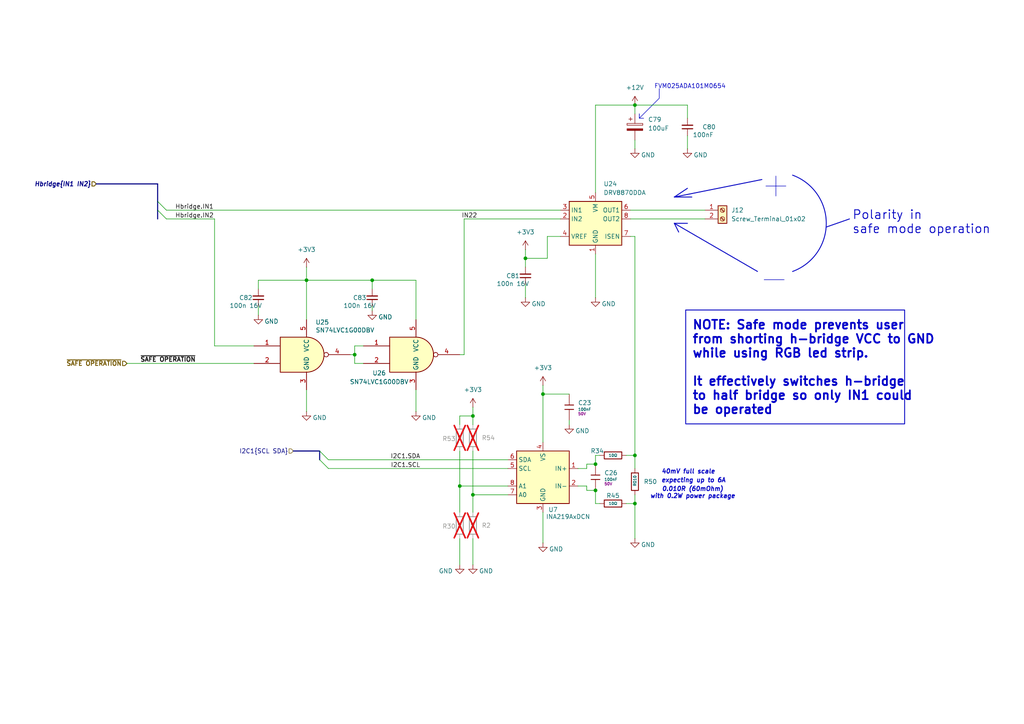
<source format=kicad_sch>
(kicad_sch (version 20231120) (generator "eeschema") (generator_version "8.0")
  (paper "A4")
  (title_block (title "Power Driver") (date "2025-02-04") (rev "A") (company "Artem Horiunov") (comment 1 "DESIGNED IN POLAND"))
  (lib_symbols
    (symbol "74xGxx:SN74LVC1G00DBV"
      (property "Reference" "U" (at -5.08 7.62 0))
      (property "Value" "SN74LVC1G00DBV" (at 7.62 -7.62 0))
      (symbol "SN74LVC1G00DBV_0_1"
        (arc (start 0 -5.08) (mid 5.0579 0) (end 0 5.08) (stroke (width 0.254)) (fill (type background)))
        (polyline (pts (xy 0 -5.08) (xy -7.62 -5.08) (xy -7.62 5.08) (xy 0 5.08)) (stroke (width 0.254)) (fill (type background)))
      )
      (symbol "SN74LVC1G00DBV_1_1"
        (pin input line (at -15.24 2.54 0) (length 7.62) (name "~") (number "1"))
        (pin input line (at -15.24 -2.54 0) (length 7.62) (name "~") (number "2"))
        (pin power_in line (at 0 -10.16 90) (length 5.08) (name "GND") (number "3"))
        (pin output inverted (at 12.7 0 180) (length 7.62) (name "~") (number "4"))
        (pin power_in line (at 0 10.16 270) (length 5.08) (name "VCC") (number "5"))
      )
    )
    (symbol "Connector:Screw_Terminal_01x02" (pin_names (offset 1.016) hide)
      (property "Reference" "J" (at 0 2.54 0))
      (property "Value" "Screw_Terminal_01x02" (at 0 -5.08 0))
      (symbol "Screw_Terminal_01x02_1_1"
        (rectangle (start -1.27 1.27) (end 1.27 -3.81) (stroke (width 0.254)) (fill (type background)))
        (circle (center 0 -2.54) (radius 0.635) (stroke (width 0.1524)))
        (polyline (pts (xy -0.5334 -2.2098) (xy 0.3302 -3.048)) (stroke (width 0.1524)))
        (polyline (pts (xy -0.5334 0.3302) (xy 0.3302 -0.508)) (stroke (width 0.1524)))
        (polyline (pts (xy -0.3556 -2.032) (xy 0.508 -2.8702)) (stroke (width 0.1524)))
        (polyline (pts (xy -0.3556 0.508) (xy 0.508 -0.3302)) (stroke (width 0.1524)))
        (circle (center 0 0) (radius 0.635) (stroke (width 0.1524)))
        (pin passive line (at -5.08 0 0) (length 3.81) (name "Pin_1") (number "1"))
        (pin passive line (at -5.08 -2.54 0) (length 3.81) (name "Pin_2") (number "2"))
      )
    )
    (symbol "Device:C_Polarized" (pin_numbers hide) (pin_names (offset 0.254))
      (property "Reference" "C" (at 0.635 2.54 0))
      (property "Value" "C_Polarized" (at 0.635 -2.54 0))
      (symbol "C_Polarized_0_1"
        (rectangle (start -2.286 0.508) (end 2.286 1.016))
        (polyline (pts (xy -1.778 2.286) (xy -0.762 2.286)))
        (polyline (pts (xy -1.27 2.794) (xy -1.27 1.778)))
        (rectangle (start 2.286 -0.508) (end -2.286 -1.016) (fill (type outline)))
      )
      (symbol "C_Polarized_1_1"
        (pin passive line (at 0 3.81 270) (length 2.794) (name "~") (number "1"))
        (pin passive line (at 0 -3.81 90) (length 2.794) (name "~") (number "2"))
      )
    )
    (symbol "Device:C_Small" (pin_numbers hide) (pin_names (offset 0.254) hide)
      (property "Reference" "C" (at 0.254 1.778 0))
      (property "Value" "C_Small" (at 0.254 -2.032 0))
      (symbol "C_Small_0_1"
        (polyline (pts (xy -1.524 -0.508) (xy 1.524 -0.508)) (stroke (width 0.3302)))
        (polyline (pts (xy -1.524 0.508) (xy 1.524 0.508)) (stroke (width 0.3048)))
      )
      (symbol "C_Small_1_1"
        (pin passive line (at 0 2.54 270) (length 2.032) (name "~") (number "1"))
        (pin passive line (at 0 -2.54 90) (length 2.032) (name "~") (number "2"))
      )
    )
    (symbol "Driver_Motor:DRV8870DDA"
      (property "Reference" "U" (at -6.35 6.35 0))
      (property "Value" "DRV8870DDA" (at 8.89 6.35 0))
      (symbol "DRV8870DDA_0_1"
        (rectangle (start -7.62 5.08) (end 7.62 -7.62) (stroke (width 0.254)) (fill (type background)))
      )
      (symbol "DRV8870DDA_1_1"
        (pin power_in line (at 0 -10.16 90) (length 2.54) (name "GND") (number "1"))
        (pin input line (at -10.16 0 0) (length 2.54) (name "IN2") (number "2"))
        (pin input line (at -10.16 2.54 0) (length 2.54) (name "IN1") (number "3"))
        (pin input line (at -10.16 -5.08 0) (length 2.54) (name "VREF") (number "4"))
        (pin power_in line (at 0 7.62 270) (length 2.54) (name "VM") (number "5"))
        (pin output line (at 10.16 2.54 180) (length 2.54) (name "OUT1") (number "6"))
        (pin passive line (at 10.16 -5.08 180) (length 2.54) (name "ISEN") (number "7"))
        (pin output line (at 10.16 0 180) (length 2.54) (name "OUT2") (number "8"))
        (pin passive line (at 0 -10.16 90) (length 2.54) hide (name "GND") (number "9"))
      )
    )
    (symbol "PCM_JLCPCB-Capacitors:0402,100nF,(2)" (pin_numbers hide) (pin_names (offset 0))
      (property "Reference" "C" (at 2.032 1.668 0))
      (property "Value" "100nF" (at 2.032 -0.3782 0))
      (property "Voltage Rated" "50V" (at 2.032 -2.0462 0))
      (symbol "0402,100nF,(2)_0_1"
        (polyline (pts (xy -1.27 -0.635) (xy 1.27 -0.635)) (stroke (width 0.254)))
        (polyline (pts (xy -1.27 0.635) (xy 1.27 0.635)) (stroke (width 0.254)))
      )
      (symbol "0402,100nF,(2)_1_1"
        (pin passive line (at 0 3.81 270) (length 3.175) (name "~") (number "1"))
        (pin passive line (at 0 -3.81 90) (length 3.175) (name "~") (number "2"))
      )
    )
    (symbol "PCM_JLCPCB-Resistors:0402,0Ω" (pin_numbers hide) (pin_names (offset 0))
      (property "Reference" "R" (at 1.778 0 0))
      (property "Value" "0Ω" (at 0 0 90))
      (symbol "0402,0Ω_0_1"
        (rectangle (start -1.016 2.54) (end 1.016 -2.54) (stroke (width 0.254)))
      )
      (symbol "0402,0Ω_1_1"
        (pin passive line (at 0 3.81 270) (length 1.27) (name "~") (number "1"))
        (pin passive line (at 0 -3.81 90) (length 1.27) (name "~") (number "2"))
      )
    )
    (symbol "PCM_JLCPCB-Resistors:0402,10Ω" (pin_numbers hide) (pin_names (offset 0))
      (property "Reference" "R" (at 1.778 0 0))
      (property "Value" "10Ω" (at 0 0 90))
      (symbol "0402,10Ω_0_1"
        (rectangle (start -1.016 2.54) (end 1.016 -2.54) (stroke (width 0.254)))
      )
      (symbol "0402,10Ω_1_1"
        (pin passive line (at 0 3.81 270) (length 1.27) (name "~") (number "1"))
        (pin passive line (at 0 -3.81 90) (length 1.27) (name "~") (number "2"))
      )
    )
    (symbol "PCM_JLCPCB-Resistors:0805,2Ω" (pin_numbers hide) (pin_names (offset 0))
      (property "Reference" "R" (at 1.778 0 0))
      (property "Value" "2Ω" (at 0 0 90))
      (symbol "0805,2Ω_0_1"
        (rectangle (start -1.016 2.54) (end 1.016 -2.54) (stroke (width 0.254)))
      )
      (symbol "0805,2Ω_1_1"
        (pin passive line (at 0 3.81 270) (length 1.27) (name "~") (number "1"))
        (pin passive line (at 0 -3.81 90) (length 1.27) (name "~") (number "2"))
      )
    )
    (symbol "Sensor_Energy:INA219AxDCN"
      (property "Reference" "U" (at -6.35 8.89 0))
      (property "Value" "INA219AxDCN" (at 6.35 8.89 0))
      (symbol "INA219AxDCN_0_1"
        (rectangle (start -7.62 7.62) (end 7.62 -7.62) (stroke (width 0.254)) (fill (type background)))
      )
      (symbol "INA219AxDCN_1_1"
        (pin input line (at -10.16 2.54 0) (length 2.54) (name "IN+") (number "1"))
        (pin input line (at -10.16 -2.54 0) (length 2.54) (name "IN-") (number "2"))
        (pin power_in line (at 0 -10.16 90) (length 2.54) (name "GND") (number "3"))
        (pin power_in line (at 0 10.16 270) (length 2.54) (name "VS") (number "4"))
        (pin input line (at 10.16 2.54 180) (length 2.54) (name "SCL") (number "5"))
        (pin bidirectional line (at 10.16 5.08 180) (length 2.54) (name "SDA") (number "6"))
        (pin input line (at 10.16 -5.08 180) (length 2.54) (name "A0") (number "7"))
        (pin input line (at 10.16 -2.54 180) (length 2.54) (name "A1") (number "8"))
      )
    )
    (symbol "power:+12V" (power) (pin_numbers hide) (pin_names (offset 0) hide)
      (property "Value" "+12V" (at 0 3.556 0))
      (symbol "+12V_0_1"
        (polyline (pts (xy -0.762 1.27) (xy 0 2.54)))
        (polyline (pts (xy 0 0) (xy 0 2.54)))
        (polyline (pts (xy 0 2.54) (xy 0.762 1.27)))
      )
      (symbol "+12V_1_1"
        (pin power_in line (at 0 0 90) (length 0) (name "~") (number "1"))
      )
    )
    (symbol "power:+3V3" (power) (pin_numbers hide) (pin_names (offset 0) hide)
      (property "Value" "+3V3" (at 0 3.556 0))
      (symbol "+3V3_0_1"
        (polyline (pts (xy -0.762 1.27) (xy 0 2.54)))
        (polyline (pts (xy 0 0) (xy 0 2.54)))
        (polyline (pts (xy 0 2.54) (xy 0.762 1.27)))
      )
      (symbol "+3V3_1_1"
        (pin power_in line (at 0 0 90) (length 0) (name "~") (number "1"))
      )
    )
    (symbol "power:GND" (power) (pin_numbers hide) (pin_names (offset 0) hide)
      (property "Value" "GND" (at 0 -3.81 0))
      (symbol "GND_0_1"
        (polyline (pts (xy 0 0) (xy 0 -1.27) (xy 1.27 -1.27) (xy 0 -2.54) (xy -1.27 -1.27) (xy 0 -1.27)))
      )
      (symbol "GND_1_1"
        (pin power_in line (at 0 0 270) (length 0) (name "~") (number "1"))
      )
    )
  )
  (junction (at 157.48 114.3))
  (junction (at 133.35 140.97))
  (junction (at 172.72 142.24))
  (junction (at 152.4 74.93))
  (junction (at 184.15 30.48))
  (junction (at 88.9 81.28))
  (junction (at 184.15 146.05))
  (junction (at 172.72 134.62))
  (junction (at 137.16 143.51))
  (junction (at 107.95 81.28))
  (junction (at 102.87 102.87))
  (junction (at 184.15 132.08))
  (junction (at 137.16 120.65))
  (bus_entry (at 92.71 130.81) (size 2.54 2.54))
  (bus_entry (at 92.71 133.35) (size 2.54 2.54))
  (bus_entry (at 45.72 58.42) (size 2.54 2.54))
  (bus_entry (at 45.72 60.96) (size 2.54 2.54))
  (wire (pts (xy 184.15 30.48) (xy 184.15 33.02)))
  (wire (pts (xy 182.88 63.5) (xy 204.47 63.5)))
  (wire (pts (xy 62.23 100.33) (xy 73.66 100.33)))
  (wire (pts (xy 152.4 74.93) (xy 152.4 77.47)))
  (wire (pts (xy 167.64 140.97) (xy 170.18 140.97)))
  (wire (pts (xy 147.32 140.97) (xy 133.35 140.97)))
  (wire (pts (xy 173.99 146.05) (xy 172.72 146.05)))
  (wire (pts (xy 170.18 140.97) (xy 170.18 142.24)))
  (wire (pts (xy 181.61 132.08) (xy 184.15 132.08)))
  (wire (pts (xy 133.35 130.81) (xy 133.35 140.97)))
  (bus (pts (xy 45.72 58.42) (xy 45.72 60.96)))
  (wire (pts (xy 152.4 72.39) (xy 152.4 74.93)))
  (wire (pts (xy 172.72 146.05) (xy 172.72 142.24)))
  (wire (pts (xy 134.62 63.5) (xy 162.56 63.5)))
  (wire (pts (xy 88.9 113.03) (xy 88.9 119.38)))
  (wire (pts (xy 170.18 135.89) (xy 170.18 134.62)))
  (wire (pts (xy 170.18 142.24) (xy 172.72 142.24)))
  (wire (pts (xy 74.93 81.28) (xy 88.9 81.28)))
  (wire (pts (xy 102.87 102.87) (xy 102.87 105.41)))
  (polyline (pts (xy 195.58 64.77) (xy 196.85 67.31)) (stroke (width 0.254)))
  (wire (pts (xy 172.72 30.48) (xy 184.15 30.48)))
  (wire (pts (xy 158.75 74.93) (xy 152.4 74.93)))
  (polyline (pts (xy 185.42 33.02) (xy 185.42 34.29)))
  (wire (pts (xy 48.26 63.5) (xy 62.23 63.5)))
  (wire (pts (xy 172.72 55.88) (xy 172.72 30.48)))
  (wire (pts (xy 102.87 100.33) (xy 102.87 102.87)))
  (wire (pts (xy 133.35 123.19) (xy 133.35 120.65)))
  (wire (pts (xy 181.61 146.05) (xy 184.15 146.05)))
  (polyline (pts (xy 195.58 57.15) (xy 200.66 57.15)) (stroke (width 0.254)))
  (wire (pts (xy 88.9 81.28) (xy 88.9 92.71)))
  (bus (pts (xy 45.72 60.96) (xy 45.72 63.5)))
  (wire (pts (xy 199.39 30.48) (xy 199.39 34.29)))
  (wire (pts (xy 199.39 30.48) (xy 184.15 30.48)))
  (wire (pts (xy 184.15 40.64) (xy 184.15 43.18)))
  (wire (pts (xy 157.48 148.59) (xy 157.48 157.48)))
  (wire (pts (xy 152.4 82.55) (xy 152.4 86.36)))
  (polyline (pts (xy 191.2091 25.6946) (xy 191.2091 28.5009)))
  (wire (pts (xy 133.35 156.21) (xy 133.35 163.83)))
  (wire (pts (xy 137.16 130.81) (xy 137.16 143.51)))
  (wire (pts (xy 184.15 68.58) (xy 182.88 68.58)))
  (wire (pts (xy 107.95 81.28) (xy 107.95 83.82)))
  (polyline (pts (xy 195.58 64.77) (xy 199.39 64.77)) (stroke (width 0.254)))
  (wire (pts (xy 120.65 113.03) (xy 120.65 119.38)))
  (polyline (pts (xy 185.42 34.29) (xy 186.69 34.29)))
  (wire (pts (xy 48.26 60.96) (xy 162.56 60.96)))
  (wire (pts (xy 162.56 68.58) (xy 158.75 68.58)))
  (polyline (pts (xy 195.58 57.15) (xy 199.39 54.61)) (stroke (width 0.254)))
  (wire (pts (xy 95.25 135.89) (xy 147.32 135.89)))
  (polyline (pts (xy 185.42 33.02) (xy 185.42 34.29)))
  (wire (pts (xy 158.75 68.58) (xy 158.75 74.93)))
  (wire (pts (xy 182.88 60.96) (xy 204.47 60.96)))
  (polyline (pts (xy 191.2091 28.5009) (xy 185.42 34.29)))
  (wire (pts (xy 133.35 140.97) (xy 133.35 148.59)))
  (wire (pts (xy 172.72 73.66) (xy 172.72 86.36)))
  (wire (pts (xy 74.93 81.28) (xy 74.93 83.82)))
  (wire (pts (xy 107.95 81.28) (xy 120.65 81.28)))
  (wire (pts (xy 74.93 88.9) (xy 74.93 91.44)))
  (wire (pts (xy 137.16 143.51) (xy 137.16 148.59)))
  (wire (pts (xy 170.18 134.62) (xy 172.72 134.62)))
  (polyline (pts (xy 220.98 52.07) (xy 195.58 57.15)) (stroke (width 0.254)))
  (wire (pts (xy 172.72 132.08) (xy 172.72 134.62)))
  (wire (pts (xy 133.35 120.65) (xy 137.16 120.65)))
  (wire (pts (xy 95.25 133.35) (xy 147.32 133.35)))
  (polyline (pts (xy 195.58 64.77) (xy 219.71 78.74)) (stroke (width 0.254)))
  (wire (pts (xy 184.15 146.05) (xy 184.15 156.21)))
  (wire (pts (xy 134.62 102.87) (xy 134.62 63.5)))
  (wire (pts (xy 184.15 68.58) (xy 184.15 132.08)))
  (wire (pts (xy 147.32 143.51) (xy 137.16 143.51)))
  (wire (pts (xy 199.39 39.37) (xy 199.39 43.18)))
  (wire (pts (xy 157.48 111.76) (xy 157.48 114.3)))
  (wire (pts (xy 107.95 88.9) (xy 107.95 90.17)))
  (wire (pts (xy 88.9 77.47) (xy 88.9 81.28)))
  (wire (pts (xy 36.83 105.41) (xy 73.66 105.41)))
  (wire (pts (xy 137.16 156.21) (xy 137.16 163.83)))
  (wire (pts (xy 88.9 81.28) (xy 107.95 81.28)))
  (wire (pts (xy 184.15 143.51) (xy 184.15 146.05)))
  (bus (pts (xy 85.09 130.81) (xy 92.71 130.81)))
  (wire (pts (xy 167.64 135.89) (xy 170.18 135.89)))
  (wire (pts (xy 120.65 81.28) (xy 120.65 92.71)))
  (wire (pts (xy 165.1 114.3) (xy 157.48 114.3)))
  (wire (pts (xy 173.99 132.08) (xy 172.72 132.08)))
  (bus (pts (xy 27.94 53.34) (xy 45.72 53.34)))
  (wire (pts (xy 137.16 120.65) (xy 137.16 123.19)))
  (wire (pts (xy 62.23 63.5) (xy 62.23 100.33)))
  (wire (pts (xy 134.62 102.87) (xy 133.35 102.87)))
  (wire (pts (xy 101.6 102.87) (xy 102.87 102.87)))
  (wire (pts (xy 157.48 114.3) (xy 157.48 128.27)))
  (bus (pts (xy 45.72 53.34) (xy 45.72 58.42)))
  (bus (pts (xy 92.71 130.81) (xy 92.71 133.35)))
  (wire (pts (xy 137.16 118.11) (xy 137.16 120.65)))
  (wire (pts (xy 102.87 105.41) (xy 105.41 105.41)))
  (wire (pts (xy 105.41 100.33) (xy 102.87 100.33)))
  (wire (pts (xy 184.15 132.08) (xy 184.15 135.89)))
  (polyline (pts (xy 239.6666 65.8449) (xy 246.38 63.5)) (stroke (width 0.254)))
  (wire (pts (xy 165.1 121.92) (xy 165.1 123.19)))
  (arc (start 229.87 50.8) (mid 239.655 64.77) (end 229.87 78.74) (stroke (width 0.254)))
  (rectangle (start 198.882 89.916) (end 262.382 122.936) (stroke (width 0.254)))
  (text "-\n" (at 224.536 80.772 0) (effects (font (size 7.62 7.62))))
  (text "expecting up to 6A\n" (at 201.168 139.446 0) (effects (font (size 1.27 1.27) (bold yes) (italic yes))))
  (text "NOTE: Safe mode prevents user\nfrom shorting h-bridge VCC to GND\nwhile using RGB led strip.\n\nIt effectively switches h-bridge\nto half bridge so only IN1 could\nbe operated" (at 200.66 106.68 0) (effects (font (size 2.54 2.54) (bold yes)) (justify left)))
  (text "FVM025ADA101M0654" (at 200.152 25.146 0) (effects (font (size 1.27 1.27))))
  (text "0.010R (60mOhm)\nwith 0.2W power package" (at 200.914 143.002 0) (effects (font (size 1.27 1.27) (bold yes) (italic yes))))
  (text "40mV full scale" (at 199.644 136.906 0) (effects (font (size 1.27 1.27) (bold yes) (italic yes))))
  (text "Polarity in\nsafe mode operation\n" (at 247.142 64.516 0) (effects (font (size 2.54 2.54) (thickness 0.254) (bold yes)) (justify left)))
  (text "+" (at 225.044 53.594 0) (effects (font (size 7.62 7.62))))
  (label "~{SAFE OPERATION}" (at 40.64 105.41 0) (effects (font (bold yes))))
  (label "I2C1.SDA" (at 121.92 133.35 180))
  (label "I2C1.SCL" (at 121.92 135.89 180))
  (label "Hbridge.IN1" (at 50.8 60.96 0))
  (label "Hbridge.IN2" (at 50.8 63.5 0))
  (label "IN22" (at 138.43 63.5 180))
  (hierarchical_label "I2C1{SCL SDA}" (shape input) (at 85.09 130.81 180))
  (hierarchical_label "~{SAFE OPERATION}" (shape input) (at 36.83 105.41 180) (effects (font (bold yes))))
  (hierarchical_label "Hbridge{IN1 IN2}" (shape input) (at 27.94 53.34 180) (effects (font (bold yes) (italic yes))))
  (symbol (lib_id "power:GND") (at 184.15 156.21 0) (unit 1)
    (property "Reference" "#PWR0174" (effects (hide yes)))
    (property "Value" "GND" (at 187.96 157.988 0))
    (property "Description" "Power symbol creates a global label with name \"GND\" , ground" (effects (hide yes)))
    (instances (project "SimpleLedController" (path "" (reference "#PWR0174") (unit 1)) (path "" (reference "#PWR0186") (unit 1)) (path "" (reference "#PWR0198") (unit 1))))
  )
  (symbol (lib_id "power:GND") (at 172.72 86.36 0) (unit 1)
    (property "Reference" "#PWR0173" (effects (hide yes)))
    (property "Value" "GND" (at 176.53 88.138 0))
    (property "Description" "Power symbol creates a global label with name \"GND\" , ground" (effects (hide yes)))
    (instances (project "SimpleLedController" (path "" (reference "#PWR0173") (unit 1)) (path "" (reference "#PWR0185") (unit 1)) (path "" (reference "#PWR0197") (unit 1))))
  )
  (symbol (lib_id "Device:C_Small") (at 107.95 86.36 0) (mirror x) (unit 1)
    (property "Reference" "C83" (at 102.362 86.36 0) (effects (justify left)))
    (property "Value" "100n 16V" (at 99.568 88.646 0) (effects (justify left)))
    (property "Footprint" "Capacitor_SMD:C_0402_1005Metric" (effects (hide yes)))
    (property "Description" "Unpolarized capacitor, small symbol" (effects (hide yes)))
    (instances (project "SimpleLedController" (path "" (reference "C83") (unit 1)) (path "" (reference "C88") (unit 1)) (path "" (reference "C93") (unit 1))))
  )
  (symbol (lib_id "PCM_JLCPCB-Resistors:0402,0Ω") (at 133.35 127 0) (unit 1) (dnp yes)
    (property "Reference" "R53" (at 128.27 127.254 0) (effects (justify left)))
    (property "Value" "0Ω" (at 133.35 127 90) (effects (font (size 0.8 0.8))))
    (property "Footprint" "PCM_JLCPCB:R_0402" (effects (hide yes)))
    (property "Datasheet" "https://www.lcsc.com/datasheet/lcsc_datasheet_2206010216_UNI-ROYAL-Uniroyal-Elec-0402WGF0000TCE_C17168.pdf" (effects (hide yes)))
    (property "Description" "62.5mW Thick Film Resistors 50V ±800ppm/°C ±1% 0Ω 0402 Chip Resistor - Surface Mount ROHS" (effects (hide yes)))
    (property "LCSC" "C17168" (effects (hide yes)))
    (property "Stock" "5514860" (effects (hide yes)))
    (property "Price" "0.004USD" (effects (hide yes)))
    (property "Process" "SMT" (effects (hide yes)))
    (property "Minimum Qty" "20" (effects (hide yes)))
    (property "Attrition Qty" "10" (effects (hide yes)))
    (property "Class" "Basic Component" (effects (hide yes)))
    (property "Category" "Resistors,Chip Resistor - Surface Mount" (effects (hide yes)))
    (property "Manufacturer" "UNI-ROYAL(Uniroyal Elec)" (effects (hide yes)))
    (property "Part" "0402WGF0000TCE" (effects (hide yes)))
    (property "Resistance" "0Ω" (effects (hide yes)))
    (property "Power(Watts)" "62.5mW" (effects (hide yes)))
    (property "Type" "Thick Film Resistors" (effects (hide yes)))
    (property "Overload Voltage (Max)" "50V" (effects (hide yes)))
    (property "Operating Temperature Range" "-55°C~+155°C" (effects (hide yes)))
    (property "Tolerance" "±1%" (effects (hide yes)))
    (property "Temperature Coefficient" "±800ppm/°C" (effects (hide yes)))
    (instances (project "SimpleLedController" (path "" (reference "R53") (unit 1)) (path "" (reference "R55") (unit 1)) (path "" (reference "R57") (unit 1))))
  )
  (symbol (lib_id "power:GND") (at 133.35 163.83 0) (unit 1)
    (property "Reference" "#PWR061" (effects (hide yes)))
    (property "Value" "GND" (at 129.286 165.608 0))
    (property "Description" "Power symbol creates a global label with name \"GND\" , ground" (effects (hide yes)))
    (instances (project "SimpleLedController" (path "" (reference "#PWR061") (unit 1)) (path "" (reference "#PWR062") (unit 1)) (path "" (reference "#PWR063") (unit 1))))
  )
  (symbol (lib_id "Device:C_Small") (at 199.39 36.83 0) (mirror x) (unit 1)
    (property "Reference" "C80" (at 203.708 36.83 0) (effects (justify left)))
    (property "Value" "100nF" (at 200.914 39.116 0) (effects (justify left)))
    (property "Footprint" "Capacitor_SMD:C_0402_1005Metric" (effects (hide yes)))
    (property "Description" "Unpolarized capacitor, small symbol" (effects (hide yes)))
    (instances (project "SimpleLedController" (path "" (reference "C80") (unit 1)) (path "" (reference "C85") (unit 1)) (path "" (reference "C90") (unit 1))))
  )
  (symbol (lib_id "74xGxx:SN74LVC1G00DBV") (at 120.65 102.87 0) (unit 1)
    (property "Reference" "U26" (at 109.982 108.204 0))
    (property "Value" "SN74LVC1G00DBV" (at 109.982 110.744 0))
    (property "Footprint" "Package_TO_SOT_SMD:SOT-23-5" (effects (hide yes)))
    (property "Datasheet" "http://www.ti.com/lit/ds/symlink/sn74lvc1g00.pdf" (effects (hide yes)))
    (property "Description" "Single NAND Gate, Low-Voltage CMOS, SOT-23" (effects (hide yes)))
    (instances (project "SimpleLedController" (path "" (reference "U26") (unit 1)) (path "" (reference "U29") (unit 1)) (path "" (reference "U32") (unit 1))))
  )
  (symbol (lib_id "PCM_JLCPCB-Resistors:0402,0Ω") (at 137.16 152.4 0) (unit 1) (dnp yes)
    (property "Reference" "R2" (at 139.7 152.4 0) (effects (justify left)))
    (property "Value" "0Ω" (at 137.16 152.4 90) (effects (font (size 0.8 0.8))))
    (property "Footprint" "PCM_JLCPCB:R_0402" (effects (hide yes)))
    (property "Datasheet" "https://www.lcsc.com/datasheet/lcsc_datasheet_2206010216_UNI-ROYAL-Uniroyal-Elec-0402WGF0000TCE_C17168.pdf" (effects (hide yes)))
    (property "Description" "62.5mW Thick Film Resistors 50V ±800ppm/°C ±1% 0Ω 0402 Chip Resistor - Surface Mount ROHS" (effects (hide yes)))
    (property "LCSC" "C17168" (effects (hide yes)))
    (property "Stock" "5514860" (effects (hide yes)))
    (property "Price" "0.004USD" (effects (hide yes)))
    (property "Process" "SMT" (effects (hide yes)))
    (property "Minimum Qty" "20" (effects (hide yes)))
    (property "Attrition Qty" "10" (effects (hide yes)))
    (property "Class" "Basic Component" (effects (hide yes)))
    (property "Category" "Resistors,Chip Resistor - Surface Mount" (effects (hide yes)))
    (property "Manufacturer" "UNI-ROYAL(Uniroyal Elec)" (effects (hide yes)))
    (property "Part" "0402WGF0000TCE" (effects (hide yes)))
    (property "Resistance" "0Ω" (effects (hide yes)))
    (property "Power(Watts)" "62.5mW" (effects (hide yes)))
    (property "Type" "Thick Film Resistors" (effects (hide yes)))
    (property "Overload Voltage (Max)" "50V" (effects (hide yes)))
    (property "Operating Temperature Range" "-55°C~+155°C" (effects (hide yes)))
    (property "Tolerance" "±1%" (effects (hide yes)))
    (property "Temperature Coefficient" "±800ppm/°C" (effects (hide yes)))
    (instances (project "" (path "" (reference "R2") (unit 1)) (path "" (reference "R27") (unit 1)) (path "" (reference "R29") (unit 1))))
  )
  (symbol (lib_id "power:GND") (at 184.15 43.18 0) (unit 1)
    (property "Reference" "#PWR0168" (effects (hide yes)))
    (property "Value" "GND" (at 187.96 44.958 0))
    (property "Description" "Power symbol creates a global label with name \"GND\" , ground" (effects (hide yes)))
    (instances (project "SimpleLedController" (path "" (reference "#PWR0168") (unit 1)) (path "" (reference "#PWR0180") (unit 1)) (path "" (reference "#PWR0192") (unit 1))))
  )
  (symbol (lib_id "PCM_JLCPCB-Resistors:0402,10Ω") (at 177.8 146.05 90) (unit 1)
    (property "Reference" "R45" (at 177.8 143.764 90))
    (property "Value" "10Ω" (at 177.8 146.05 90) (effects (font (size 0.8 0.8))))
    (property "Footprint" "PCM_JLCPCB:R_0402" (effects (hide yes)))
    (property "Datasheet" "https://www.lcsc.com/datasheet/lcsc_datasheet_2205311900_UNI-ROYAL-Uniroyal-Elec-0402WGF100JTCE_C25077.pdf" (effects (hide yes)))
    (property "Description" "62.5mW Thick Film Resistors 50V ±1% ±200ppm/°C 10Ω 0402 Chip Resistor - Surface Mount ROHS" (effects (hide yes)))
    (property "LCSC" "C25077" (effects (hide yes)))
    (property "Stock" "1971594" (effects (hide yes)))
    (property "Price" "0.004USD" (effects (hide yes)))
    (property "Process" "SMT" (effects (hide yes)))
    (property "Minimum Qty" "20" (effects (hide yes)))
    (property "Attrition Qty" "10" (effects (hide yes)))
    (property "Class" "Basic Component" (effects (hide yes)))
    (property "Category" "Resistors,Chip Resistor - Surface Mount" (effects (hide yes)))
    (property "Manufacturer" "UNI-ROYAL(Uniroyal Elec)" (effects (hide yes)))
    (property "Part" "0402WGF100JTCE" (effects (hide yes)))
    (property "Resistance" "10Ω" (effects (hide yes)))
    (property "Power(Watts)" "62.5mW" (effects (hide yes)))
    (property "Type" "Thick Film Resistors" (effects (hide yes)))
    (property "Overload Voltage (Max)" "50V" (effects (hide yes)))
    (property "Operating Temperature Range" "-55°C~+155°C" (effects (hide yes)))
    (property "Tolerance" "±1%" (effects (hide yes)))
    (property "Temperature Coefficient" "±200ppm/°C" (effects (hide yes)))
    (instances (project "SimpleLedController" (path "" (reference "R45") (unit 1)) (path "" (reference "R46") (unit 1)) (path "" (reference "R49") (unit 1))))
  )
  (symbol (lib_id "Sensor_Energy:INA219AxDCN") (at 157.48 138.43 0) (mirror y) (unit 1)
    (property "Reference" "U7" (at 161.798 147.828 0) (effects (justify left)))
    (property "Value" "INA219AxDCN" (at 171.196 149.86 0) (effects (justify left)))
    (property "Footprint" "Package_TO_SOT_SMD:SOT-23-8" (effects (hide yes)))
    (property "Datasheet" "http://www.ti.com/lit/ds/symlink/ina219.pdf" (effects (hide yes)))
    (property "Description" "Zero-Drift, Bidirectional Current/Power Monitor (0-26V) With I2C Interface, SOT-23-8" (effects (hide yes)))
    (instances (project "" (path "" (reference "U7") (unit 1)) (path "" (reference "U9") (unit 1)) (path "" (reference "U10") (unit 1))))
  )
  (symbol (lib_id "power:GND") (at 120.65 119.38 0) (unit 1)
    (property "Reference" "#PWR0178" (effects (hide yes)))
    (property "Value" "GND" (at 124.46 121.158 0))
    (property "Description" "Power symbol creates a global label with name \"GND\" , ground" (effects (hide yes)))
    (instances (project "SimpleLedController" (path "" (reference "#PWR0178") (unit 1)) (path "" (reference "#PWR0190") (unit 1)) (path "" (reference "#PWR0202") (unit 1))))
  )
  (symbol (lib_id "power:GND") (at 165.1 123.19 0) (unit 1)
    (property "Reference" "#PWR055" (effects (hide yes)))
    (property "Value" "GND" (at 168.91 124.968 0))
    (property "Description" "Power symbol creates a global label with name \"GND\" , ground" (effects (hide yes)))
    (instances (project "SimpleLedController" (path "" (reference "#PWR055") (unit 1)) (path "" (reference "#PWR056") (unit 1)) (path "" (reference "#PWR057") (unit 1))))
  )
  (symbol (lib_id "power:GND") (at 199.39 43.18 0) (unit 1)
    (property "Reference" "#PWR0169" (effects (hide yes)))
    (property "Value" "GND" (at 203.2 44.958 0))
    (property "Description" "Power symbol creates a global label with name \"GND\" , ground" (effects (hide yes)))
    (instances (project "SimpleLedController" (path "" (reference "#PWR0169") (unit 1)) (path "" (reference "#PWR0181") (unit 1)) (path "" (reference "#PWR0193") (unit 1))))
  )
  (symbol (lib_id "power:+3V3") (at 88.9 77.47 0) (unit 1)
    (property "Reference" "#PWR0171" (effects (hide yes)))
    (property "Value" "+3V3" (at 88.9 72.39 0))
    (property "Description" "Power symbol creates a global label with name \"+3V3\"" (effects (hide yes)))
    (instances (project "SimpleLedController" (path "" (reference "#PWR0171") (unit 1)) (path "" (reference "#PWR0183") (unit 1)) (path "" (reference "#PWR0195") (unit 1))))
  )
  (symbol (lib_id "PCM_JLCPCB-Capacitors:0402,100nF,(2)") (at 172.72 138.43 0) (unit 1)
    (property "Reference" "C26" (at 175.26 137.16 0) (effects (justify left)))
    (property "Value" "100nF" (at 175.26 139.065 0) (effects (font (size 0.8 0.8)) (justify left)))
    (property "Footprint" "PCM_JLCPCB:C_0402" (effects (hide yes)))
    (property "Datasheet" "https://www.lcsc.com/datasheet/lcsc_datasheet_2304140030_Samsung-Electro-Mechanics-CL05B104KB54PNC_C307331.pdf" (effects (hide yes)))
    (property "Description" "50V 100nF X7R ±10% 0402 Multilayer Ceramic Capacitors MLCC - SMD/SMT ROHS" (effects (hide yes)))
    (property "LCSC" "C307331" (effects (hide yes)))
    (property "Stock" "5358037" (effects (hide yes)))
    (property "Price" "0.008USD" (effects (hide yes)))
    (property "Process" "SMT" (effects (hide yes)))
    (property "Minimum Qty" "20" (effects (hide yes)))
    (property "Attrition Qty" "10" (effects (hide yes)))
    (property "Class" "Basic Component" (effects (hide yes)))
    (property "Category" "Capacitors,Multilayer Ceramic Capacitors MLCC - SMD/SMT" (effects (hide yes)))
    (property "Manufacturer" "Samsung Electro-Mechanics" (effects (hide yes)))
    (property "Part" "CL05B104KB54PNC" (effects (hide yes)))
    (property "Voltage Rated" "50V" (at 175.26 140.335 0) (effects (font (size 0.8 0.8)) (justify left)))
    (property "Tolerance" "±10%" (effects (hide yes)))
    (property "Capacitance" "100nF" (effects (hide yes)))
    (property "Temperature Coefficient" "X7R" (effects (hide yes)))
    (instances (project "SimpleLedController" (path "" (reference "C26") (unit 1)) (path "" (reference "C27") (unit 1)) (path "" (reference "C28") (unit 1))))
  )
  (symbol (lib_id "Device:C_Small") (at 74.93 86.36 0) (mirror x) (unit 1)
    (property "Reference" "C82" (at 69.342 86.36 0) (effects (justify left)))
    (property "Value" "100n 16V" (at 66.548 88.646 0) (effects (justify left)))
    (property "Footprint" "Capacitor_SMD:C_0402_1005Metric" (effects (hide yes)))
    (property "Description" "Unpolarized capacitor, small symbol" (effects (hide yes)))
    (instances (project "SimpleLedController" (path "" (reference "C82") (unit 1)) (path "" (reference "C87") (unit 1)) (path "" (reference "C92") (unit 1))))
  )
  (symbol (lib_id "Connector:Screw_Terminal_01x02") (at 209.55 60.96 0) (unit 1)
    (property "Reference" "J12" (at 212.09 60.96 0) (effects (justify left)))
    (property "Value" "Screw_Terminal_01x02" (at 212.09 63.5 0) (effects (justify left)))
    (property "Footprint" "TerminalBlock:TerminalBlock_Altech_AK300-2_P5.00mm" (effects (hide yes)))
    (property "Description" "Generic screw terminal, single row, 01x02, script generated (kicad-library-utils/schlib/autogen/connector/)" (effects (hide yes)))
    (instances (project "SimpleLedController" (path "" (reference "J12") (unit 1)) (path "" (reference "J13") (unit 1)) (path "" (reference "J14") (unit 1))))
  )
  (symbol (lib_id "Device:C_Small") (at 152.4 80.01 0) (mirror x) (unit 1)
    (property "Reference" "C81" (at 146.812 80.01 0) (effects (justify left)))
    (property "Value" "100n 16V" (at 144.018 82.296 0) (effects (justify left)))
    (property "Footprint" "Capacitor_SMD:C_0402_1005Metric" (effects (hide yes)))
    (property "Description" "Unpolarized capacitor, small symbol" (effects (hide yes)))
    (instances (project "SimpleLedController" (path "" (reference "C81") (unit 1)) (path "" (reference "C86") (unit 1)) (path "" (reference "C91") (unit 1))))
  )
  (symbol (lib_id "power:GND") (at 152.4 86.36 0) (unit 1)
    (property "Reference" "#PWR0172" (effects (hide yes)))
    (property "Value" "GND" (at 156.21 88.138 0))
    (property "Description" "Power symbol creates a global label with name \"GND\" , ground" (effects (hide yes)))
    (instances (project "SimpleLedController" (path "" (reference "#PWR0172") (unit 1)) (path "" (reference "#PWR0184") (unit 1)) (path "" (reference "#PWR0196") (unit 1))))
  )
  (symbol (lib_id "power:GND") (at 88.9 119.38 0) (unit 1)
    (property "Reference" "#PWR0177" (effects (hide yes)))
    (property "Value" "GND" (at 92.71 121.158 0))
    (property "Description" "Power symbol creates a global label with name \"GND\" , ground" (effects (hide yes)))
    (instances (project "SimpleLedController" (path "" (reference "#PWR0177") (unit 1)) (path "" (reference "#PWR0189") (unit 1)) (path "" (reference "#PWR0201") (unit 1))))
  )
  (symbol (lib_id "power:+3V3") (at 157.48 111.76 0) (unit 1)
    (property "Reference" "#PWR052" (effects (hide yes)))
    (property "Value" "+3V3" (at 157.48 106.68 0))
    (property "Description" "Power symbol creates a global label with name \"+3V3\"" (effects (hide yes)))
    (instances (project "SimpleLedController" (path "" (reference "#PWR052") (unit 1)) (path "" (reference "#PWR053") (unit 1)) (path "" (reference "#PWR054") (unit 1))))
  )
  (symbol (lib_id "74xGxx:SN74LVC1G00DBV") (at 88.9 102.87 0) (unit 1)
    (property "Reference" "U25" (at 93.472 93.472 0))
    (property "Value" "SN74LVC1G00DBV" (at 100.076 95.758 0))
    (property "Footprint" "Package_TO_SOT_SMD:SOT-23-5" (effects (hide yes)))
    (property "Datasheet" "http://www.ti.com/lit/ds/symlink/sn74lvc1g00.pdf" (effects (hide yes)))
    (property "Description" "Single NAND Gate, Low-Voltage CMOS, SOT-23" (effects (hide yes)))
    (instances (project "SimpleLedController" (path "" (reference "U25") (unit 1)) (path "" (reference "U28") (unit 1)) (path "" (reference "U31") (unit 1))))
  )
  (symbol (lib_id "PCM_JLCPCB-Resistors:0402,0Ω") (at 137.16 127 0) (unit 1) (dnp yes)
    (property "Reference" "R54" (at 139.7 127 0) (effects (justify left)))
    (property "Value" "0Ω" (at 137.16 127 90) (effects (font (size 0.8 0.8))))
    (property "Footprint" "PCM_JLCPCB:R_0402" (effects (hide yes)))
    (property "Datasheet" "https://www.lcsc.com/datasheet/lcsc_datasheet_2206010216_UNI-ROYAL-Uniroyal-Elec-0402WGF0000TCE_C17168.pdf" (effects (hide yes)))
    (property "Description" "62.5mW Thick Film Resistors 50V ±800ppm/°C ±1% 0Ω 0402 Chip Resistor - Surface Mount ROHS" (effects (hide yes)))
    (property "LCSC" "C17168" (effects (hide yes)))
    (property "Stock" "5514860" (effects (hide yes)))
    (property "Price" "0.004USD" (effects (hide yes)))
    (property "Process" "SMT" (effects (hide yes)))
    (property "Minimum Qty" "20" (effects (hide yes)))
    (property "Attrition Qty" "10" (effects (hide yes)))
    (property "Class" "Basic Component" (effects (hide yes)))
    (property "Category" "Resistors,Chip Resistor - Surface Mount" (effects (hide yes)))
    (property "Manufacturer" "UNI-ROYAL(Uniroyal Elec)" (effects (hide yes)))
    (property "Part" "0402WGF0000TCE" (effects (hide yes)))
    (property "Resistance" "0Ω" (effects (hide yes)))
    (property "Power(Watts)" "62.5mW" (effects (hide yes)))
    (property "Type" "Thick Film Resistors" (effects (hide yes)))
    (property "Overload Voltage (Max)" "50V" (effects (hide yes)))
    (property "Operating Temperature Range" "-55°C~+155°C" (effects (hide yes)))
    (property "Tolerance" "±1%" (effects (hide yes)))
    (property "Temperature Coefficient" "±800ppm/°C" (effects (hide yes)))
    (instances (project "SimpleLedController" (path "" (reference "R54") (unit 1)) (path "" (reference "R56") (unit 1)) (path "" (reference "R58") (unit 1))))
  )
  (symbol (lib_id "power:+3V3") (at 152.4 72.39 0) (unit 1)
    (property "Reference" "#PWR0170" (effects (hide yes)))
    (property "Value" "+3V3" (at 152.4 67.31 0))
    (property "Description" "Power symbol creates a global label with name \"+3V3\"" (effects (hide yes)))
    (instances (project "SimpleLedController" (path "" (reference "#PWR0170") (unit 1)) (path "" (reference "#PWR0182") (unit 1)) (path "" (reference "#PWR0194") (unit 1))))
  )
  (symbol (lib_id "Device:C_Polarized") (at 184.15 36.83 0) (unit 1)
    (property "Reference" "C79" (at 187.96 34.671 0) (effects (justify left)))
    (property "Value" "100uF" (at 187.96 37.211 0) (effects (justify left)))
    (property "Footprint" "Capacitor_SMD:CP_Elec_6.3x5.4" (effects (hide yes)))
    (property "Description" "Polarized capacitor" (effects (hide yes)))
    (instances (project "SimpleLedController" (path "" (reference "C79") (unit 1)) (path "" (reference "C84") (unit 1)) (path "" (reference "C89") (unit 1))))
  )
  (symbol (lib_id "power:GND") (at 74.93 91.44 0) (unit 1)
    (property "Reference" "#PWR0176" (effects (hide yes)))
    (property "Value" "GND" (at 78.74 93.218 0))
    (property "Description" "Power symbol creates a global label with name \"GND\" , ground" (effects (hide yes)))
    (instances (project "SimpleLedController" (path "" (reference "#PWR0176") (unit 1)) (path "" (reference "#PWR0188") (unit 1)) (path "" (reference "#PWR0200") (unit 1))))
  )
  (symbol (lib_id "PCM_JLCPCB-Resistors:0402,10Ω") (at 177.8 132.08 90) (unit 1)
    (property "Reference" "R34" (at 173.228 130.81 90))
    (property "Value" "10Ω" (at 177.8 132.08 90) (effects (font (size 0.8 0.8))))
    (property "Footprint" "PCM_JLCPCB:R_0402" (effects (hide yes)))
    (property "Datasheet" "https://www.lcsc.com/datasheet/lcsc_datasheet_2205311900_UNI-ROYAL-Uniroyal-Elec-0402WGF100JTCE_C25077.pdf" (effects (hide yes)))
    (property "Description" "62.5mW Thick Film Resistors 50V ±1% ±200ppm/°C 10Ω 0402 Chip Resistor - Surface Mount ROHS" (effects (hide yes)))
    (property "LCSC" "C25077" (effects (hide yes)))
    (property "Stock" "1971594" (effects (hide yes)))
    (property "Price" "0.004USD" (effects (hide yes)))
    (property "Process" "SMT" (effects (hide yes)))
    (property "Minimum Qty" "20" (effects (hide yes)))
    (property "Attrition Qty" "10" (effects (hide yes)))
    (property "Class" "Basic Component" (effects (hide yes)))
    (property "Category" "Resistors,Chip Resistor - Surface Mount" (effects (hide yes)))
    (property "Manufacturer" "UNI-ROYAL(Uniroyal Elec)" (effects (hide yes)))
    (property "Part" "0402WGF100JTCE" (effects (hide yes)))
    (property "Resistance" "10Ω" (effects (hide yes)))
    (property "Power(Watts)" "62.5mW" (effects (hide yes)))
    (property "Type" "Thick Film Resistors" (effects (hide yes)))
    (property "Overload Voltage (Max)" "50V" (effects (hide yes)))
    (property "Operating Temperature Range" "-55°C~+155°C" (effects (hide yes)))
    (property "Tolerance" "±1%" (effects (hide yes)))
    (property "Temperature Coefficient" "±200ppm/°C" (effects (hide yes)))
    (instances (project "" (path "" (reference "R34") (unit 1)) (path "" (reference "R37") (unit 1)) (path "" (reference "R38") (unit 1))))
  )
  (symbol (lib_id "PCM_JLCPCB-Resistors:0402,0Ω") (at 133.35 152.4 0) (unit 1) (dnp yes)
    (property "Reference" "R30" (at 128.27 152.654 0) (effects (justify left)))
    (property "Value" "0Ω" (at 133.35 152.4 90) (effects (font (size 0.8 0.8))))
    (property "Footprint" "PCM_JLCPCB:R_0402" (effects (hide yes)))
    (property "Datasheet" "https://www.lcsc.com/datasheet/lcsc_datasheet_2206010216_UNI-ROYAL-Uniroyal-Elec-0402WGF0000TCE_C17168.pdf" (effects (hide yes)))
    (property "Description" "62.5mW Thick Film Resistors 50V ±800ppm/°C ±1% 0Ω 0402 Chip Resistor - Surface Mount ROHS" (effects (hide yes)))
    (property "LCSC" "C17168" (effects (hide yes)))
    (property "Stock" "5514860" (effects (hide yes)))
    (property "Price" "0.004USD" (effects (hide yes)))
    (property "Process" "SMT" (effects (hide yes)))
    (property "Minimum Qty" "20" (effects (hide yes)))
    (property "Attrition Qty" "10" (effects (hide yes)))
    (property "Class" "Basic Component" (effects (hide yes)))
    (property "Category" "Resistors,Chip Resistor - Surface Mount" (effects (hide yes)))
    (property "Manufacturer" "UNI-ROYAL(Uniroyal Elec)" (effects (hide yes)))
    (property "Part" "0402WGF0000TCE" (effects (hide yes)))
    (property "Resistance" "0Ω" (effects (hide yes)))
    (property "Power(Watts)" "62.5mW" (effects (hide yes)))
    (property "Type" "Thick Film Resistors" (effects (hide yes)))
    (property "Overload Voltage (Max)" "50V" (effects (hide yes)))
    (property "Operating Temperature Range" "-55°C~+155°C" (effects (hide yes)))
    (property "Tolerance" "±1%" (effects (hide yes)))
    (property "Temperature Coefficient" "±800ppm/°C" (effects (hide yes)))
    (instances (project "SimpleLedController" (path "" (reference "R30") (unit 1)) (path "" (reference "R32") (unit 1)) (path "" (reference "R33") (unit 1))))
  )
  (symbol (lib_id "PCM_JLCPCB-Resistors:0805,2Ω") (at 184.15 139.7 0) (unit 1)
    (property "Reference" "R50" (at 186.69 139.7 0) (effects (justify left)))
    (property "Value" "R010" (at 184.15 139.446 90) (effects (font (size 0.8 0.8))))
    (property "Footprint" "PCM_JLCPCB:R_0805" (effects (hide yes)))
    (property "Datasheet" "https://www.lcsc.com/datasheet/lcsc_datasheet_2206010200_UNI-ROYAL-Uniroyal-Elec-0805W8F200KT5E_C17606.pdf" (effects (hide yes)))
    (property "Description" "RLM10FTSMR010" (effects (hide yes)))
    (property "LCSC" "C163089" (effects (hide yes)))
    (property "Stock" "239113" (effects (hide yes)))
    (property "Price" "0.0354 " (effects (hide yes)))
    (property "Process" "SMT" (effects (hide yes)))
    (property "Minimum Qty" "20" (effects (hide yes)))
    (property "Attrition Qty" "10" (effects (hide yes)))
    (property "Class" "Preferred Component" (effects (hide yes)))
    (property "Category" "Resistors,Chip Resistor - Surface Mount" (effects (hide yes)))
    (property "Manufacturer" "UNI-ROYAL(Uniroyal Elec)" (effects (hide yes)))
    (property "Part" "0805W8F200KT5E" (effects (hide yes)))
    (property "Resistance" "R010" (effects (hide yes)))
    (property "Power(Watts)" "500mW" (effects (hide yes)))
    (property "Type" "Aluminium Shunt" (effects (hide yes)))
    (property "Overload Voltage (Max)" "150V" (effects (hide yes)))
    (property "Operating Temperature Range" "-55°C~+155°C" (effects (hide yes)))
    (property "Tolerance" "±1%" (effects (hide yes)))
    (property "Temperature Coefficient" "±400ppm/°C" (effects (hide yes)))
    (instances (project "" (path "" (reference "R50") (unit 1)) (path "" (reference "R51") (unit 1)) (path "" (reference "R52") (unit 1))))
  )
  (symbol (lib_id "Driver_Motor:DRV8870DDA") (at 172.72 63.5 0) (unit 1)
    (property "Reference" "U24" (at 175.0434 53.34 0) (effects (justify left)))
    (property "Value" "DRV8870DDA" (at 175.0434 55.88 0) (effects (justify left)))
    (property "Footprint" "Package_SO:Texas_HTSOP-8-1EP_3.9x4.9mm_P1.27mm_EP2.95x4.9mm_Mask2.4x3.1mm_ThermalVias" (effects (hide yes)))
    (property "Datasheet" "http://www.ti.com/lit/ds/symlink/drv8870.pdf" (effects (hide yes)))
    (property "Description" "Brushed DC Motor Driver, PWM Control, 45V, 3.6A, Dynamic current limiting, HTSOP-8" (effects (hide yes)))
    (instances (project "SimpleLedController" (path "" (reference "U24") (unit 1)) (path "" (reference "U27") (unit 1)) (path "" (reference "U30") (unit 1))))
  )
  (symbol (lib_id "power:+12V") (at 184.15 30.48 0) (unit 1)
    (property "Reference" "#PWR0167" (effects (hide yes)))
    (property "Value" "+12V" (at 184.15 25.4 0))
    (property "Description" "Power symbol creates a global label with name \"+12V\"" (effects (hide yes)))
    (instances (project "SimpleLedController" (path "" (reference "#PWR0167") (unit 1)) (path "" (reference "#PWR0179") (unit 1)) (path "" (reference "#PWR0191") (unit 1))))
  )
  (symbol (lib_id "power:GND") (at 137.16 163.83 0) (unit 1)
    (property "Reference" "#PWR058" (effects (hide yes)))
    (property "Value" "GND" (at 140.97 165.608 0))
    (property "Description" "Power symbol creates a global label with name \"GND\" , ground" (effects (hide yes)))
    (instances (project "SimpleLedController" (path "" (reference "#PWR058") (unit 1)) (path "" (reference "#PWR059") (unit 1)) (path "" (reference "#PWR060") (unit 1))))
  )
  (symbol (lib_id "power:GND") (at 157.48 157.48 0) (unit 1)
    (property "Reference" "#PWR049" (effects (hide yes)))
    (property "Value" "GND" (at 161.29 159.258 0))
    (property "Description" "Power symbol creates a global label with name \"GND\" , ground" (effects (hide yes)))
    (instances (project "SimpleLedController" (path "" (reference "#PWR049") (unit 1)) (path "" (reference "#PWR050") (unit 1)) (path "" (reference "#PWR064") (unit 1))))
  )
  (symbol (lib_id "PCM_JLCPCB-Capacitors:0402,100nF,(2)") (at 165.1 118.11 0) (unit 1)
    (property "Reference" "C23" (at 167.64 116.84 0) (effects (justify left)))
    (property "Value" "100nF" (at 167.64 118.745 0) (effects (font (size 0.8 0.8)) (justify left)))
    (property "Footprint" "PCM_JLCPCB:C_0402" (effects (hide yes)))
    (property "Datasheet" "https://www.lcsc.com/datasheet/lcsc_datasheet_2304140030_Samsung-Electro-Mechanics-CL05B104KB54PNC_C307331.pdf" (effects (hide yes)))
    (property "Description" "50V 100nF X7R ±10% 0402 Multilayer Ceramic Capacitors MLCC - SMD/SMT ROHS" (effects (hide yes)))
    (property "LCSC" "C307331" (effects (hide yes)))
    (property "Stock" "5358037" (effects (hide yes)))
    (property "Price" "0.008USD" (effects (hide yes)))
    (property "Process" "SMT" (effects (hide yes)))
    (property "Minimum Qty" "20" (effects (hide yes)))
    (property "Attrition Qty" "10" (effects (hide yes)))
    (property "Class" "Basic Component" (effects (hide yes)))
    (property "Category" "Capacitors,Multilayer Ceramic Capacitors MLCC - SMD/SMT" (effects (hide yes)))
    (property "Manufacturer" "Samsung Electro-Mechanics" (effects (hide yes)))
    (property "Part" "CL05B104KB54PNC" (effects (hide yes)))
    (property "Voltage Rated" "50V" (at 167.64 120.015 0) (effects (font (size 0.8 0.8)) (justify left)))
    (property "Tolerance" "±10%" (effects (hide yes)))
    (property "Capacitance" "100nF" (effects (hide yes)))
    (property "Temperature Coefficient" "X7R" (effects (hide yes)))
    (instances (project "" (path "" (reference "C23") (unit 1)) (path "" (reference "C24") (unit 1)) (path "" (reference "C25") (unit 1))))
  )
  (symbol (lib_id "power:+3V3") (at 137.16 118.11 0) (unit 1)
    (property "Reference" "#PWR065" (effects (hide yes)))
    (property "Value" "+3V3" (at 137.16 113.03 0))
    (property "Description" "Power symbol creates a global label with name \"+3V3\"" (effects (hide yes)))
    (instances (project "SimpleLedController" (path "" (reference "#PWR065") (unit 1)) (path "" (reference "#PWR066") (unit 1)) (path "" (reference "#PWR067") (unit 1))))
  )
  (symbol (lib_id "power:GND") (at 107.95 90.17 0) (unit 1)
    (property "Reference" "#PWR0175" (effects (hide yes)))
    (property "Value" "GND" (at 111.76 91.948 0))
    (property "Description" "Power symbol creates a global label with name \"GND\" , ground" (effects (hide yes)))
    (instances (project "SimpleLedController" (path "" (reference "#PWR0175") (unit 1)) (path "" (reference "#PWR0187") (unit 1)) (path "" (reference "#PWR0199") (unit 1))))
  )
)
</source>
